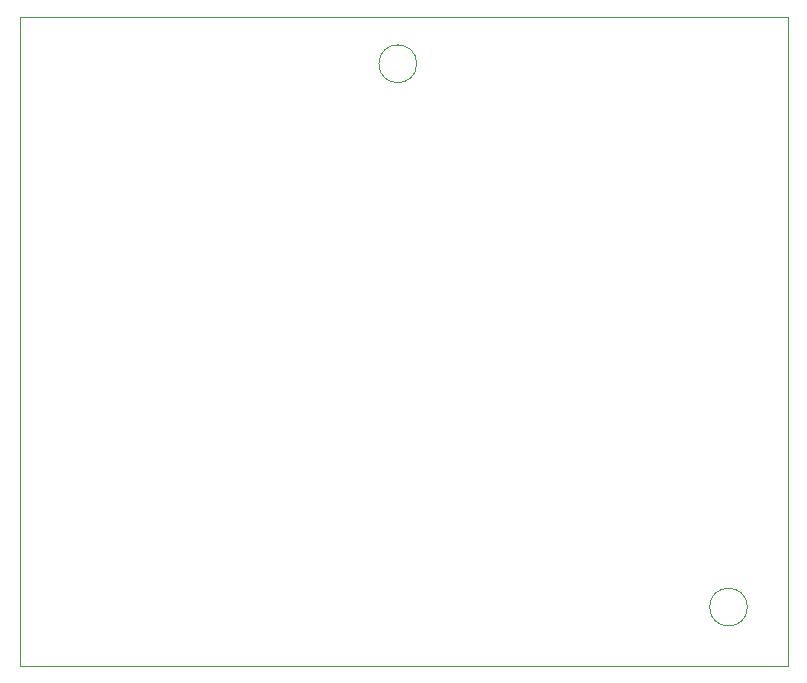
<source format=gbr>
%TF.GenerationSoftware,KiCad,Pcbnew,7.0.10*%
%TF.CreationDate,2024-01-30T21:32:49-08:00*%
%TF.ProjectId,pcb,7063622e-6b69-4636-9164-5f7063625858,rev?*%
%TF.SameCoordinates,Original*%
%TF.FileFunction,Profile,NP*%
%FSLAX46Y46*%
G04 Gerber Fmt 4.6, Leading zero omitted, Abs format (unit mm)*
G04 Created by KiCad (PCBNEW 7.0.10) date 2024-01-30 21:32:49*
%MOMM*%
%LPD*%
G01*
G04 APERTURE LIST*
%TA.AperFunction,Profile*%
%ADD10C,0.100000*%
%TD*%
G04 APERTURE END LIST*
D10*
X70000000Y-60000000D02*
X135000000Y-60000000D01*
X135000000Y-115000000D01*
X70000000Y-115000000D01*
X70000000Y-60000000D01*
X131600000Y-110000000D02*
G75*
G03*
X128400000Y-110000000I-1600000J0D01*
G01*
X128400000Y-110000000D02*
G75*
G03*
X131600000Y-110000000I1600000J0D01*
G01*
X103600000Y-64000000D02*
G75*
G03*
X100400000Y-64000000I-1600000J0D01*
G01*
X100400000Y-64000000D02*
G75*
G03*
X103600000Y-64000000I1600000J0D01*
G01*
M02*

</source>
